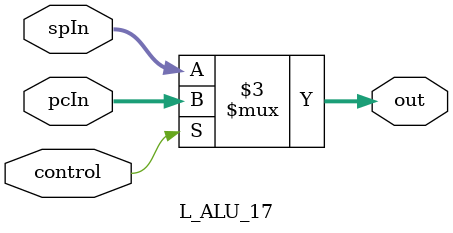
<source format=v>

module L_ALU_17 (control, out, spIn, pcIn);	
	
// Handles GETSP, GETPC
// Control bits: instruction[9]
// Immediate bits: None

	input control;
	input [15:0] spIn;
	input [15:0] pcIn;
	
	output reg [15:0] out;
	
	always @(*) begin
        if (control) begin
            // If control high, output PC
            out = pcIn;
        end else begin
            // If control low, output SP
            out = spIn;
        end
    end
	 
	 // Could also benefit from default states here in case stuff messes up.
	
endmodule

</source>
